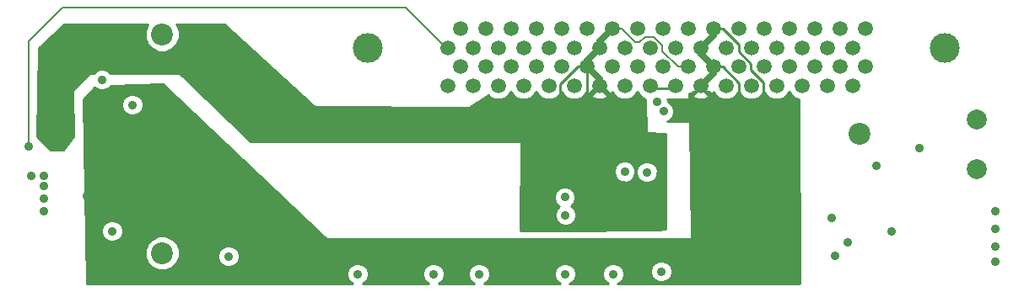
<source format=gbr>
G04 (created by PCBNEW (2013-mar-13)-testing) date Mon 11 Nov 2013 11:29:48 PM CET*
%MOIN*%
G04 Gerber Fmt 3.4, Leading zero omitted, Abs format*
%FSLAX34Y34*%
G01*
G70*
G90*
G04 APERTURE LIST*
%ADD10C,0.005906*%
%ADD11C,0.078740*%
%ADD12C,0.086614*%
%ADD13C,0.059055*%
%ADD14C,0.118110*%
%ADD15C,0.035000*%
%ADD16C,0.008200*%
%ADD17C,0.011811*%
%ADD18C,0.010000*%
%ADD19C,0.027000*%
G04 APERTURE END LIST*
G54D10*
G54D11*
X77460Y-54134D03*
X77460Y-52165D03*
G54D12*
X45275Y-48818D03*
X45275Y-57480D03*
X72834Y-52755D03*
G54D13*
X73059Y-50098D03*
X73059Y-48598D03*
X72559Y-50848D03*
X72559Y-49348D03*
X72059Y-50098D03*
X72059Y-48598D03*
X71559Y-50848D03*
X71559Y-49348D03*
X71059Y-50098D03*
X71059Y-48598D03*
X70559Y-50848D03*
X70559Y-49348D03*
X70059Y-50098D03*
X70059Y-48598D03*
X69559Y-50848D03*
X69559Y-49348D03*
X69059Y-50098D03*
X69059Y-48598D03*
X68559Y-50848D03*
X68559Y-49348D03*
X68059Y-50098D03*
X68059Y-48598D03*
X67559Y-50848D03*
X67559Y-49348D03*
X67059Y-50098D03*
X67059Y-48598D03*
X66559Y-50848D03*
X66559Y-49348D03*
X66059Y-50098D03*
X66059Y-48598D03*
X65559Y-50848D03*
X65559Y-49348D03*
X65059Y-50098D03*
X65059Y-48598D03*
X64559Y-50848D03*
X64559Y-49348D03*
X64059Y-50098D03*
X64059Y-48598D03*
X63559Y-50848D03*
X63559Y-49348D03*
X63059Y-50098D03*
X63059Y-48598D03*
X62559Y-50848D03*
X62559Y-49348D03*
X62059Y-50098D03*
X62059Y-48598D03*
X61559Y-50848D03*
X61559Y-49348D03*
X61059Y-50098D03*
X61059Y-48598D03*
X60559Y-50848D03*
X60559Y-49348D03*
X60059Y-50098D03*
X60059Y-48598D03*
X59559Y-50848D03*
X59559Y-49348D03*
X59059Y-50098D03*
X59059Y-48598D03*
X58559Y-50848D03*
X58559Y-49348D03*
X58059Y-50098D03*
X58059Y-48598D03*
X57559Y-50848D03*
X57559Y-49348D03*
X57059Y-50098D03*
X57059Y-48598D03*
X56559Y-50848D03*
X56559Y-49348D03*
G54D14*
X53409Y-49348D03*
X76208Y-49348D03*
G54D15*
X61200Y-58300D03*
X47900Y-57600D03*
X71730Y-56090D03*
X56000Y-58300D03*
X63100Y-58300D03*
X43300Y-56600D03*
X42900Y-50600D03*
X44100Y-51600D03*
X40100Y-54400D03*
X40600Y-54400D03*
X40600Y-54800D03*
X40600Y-55300D03*
X40600Y-55800D03*
X65000Y-58200D03*
X57800Y-58300D03*
X53000Y-58300D03*
X73500Y-54000D03*
X78200Y-57800D03*
X78200Y-57200D03*
X78200Y-56500D03*
X78200Y-55800D03*
X74100Y-56600D03*
X40010Y-53260D03*
X72380Y-57060D03*
X71870Y-57590D03*
X75200Y-53300D03*
X64840Y-51490D03*
X65090Y-51860D03*
X63560Y-54240D03*
X64430Y-54270D03*
X61190Y-55260D03*
X61220Y-55970D03*
X42500Y-51300D03*
X42300Y-55200D03*
X42400Y-55600D03*
X42500Y-51760D03*
X41100Y-52640D03*
X41100Y-51510D03*
X41100Y-52070D03*
X41090Y-50970D03*
G54D16*
X40010Y-52050D02*
X40010Y-53260D01*
X56559Y-49348D02*
X56498Y-49348D01*
X40010Y-49080D02*
X40010Y-52050D01*
X41330Y-47760D02*
X40010Y-49080D01*
X54910Y-47760D02*
X41330Y-47760D01*
X56498Y-49348D02*
X54910Y-47760D01*
G54D17*
X42500Y-55000D02*
X43200Y-55000D01*
X42300Y-55200D02*
X42500Y-55000D01*
G54D18*
X67059Y-48598D02*
X67438Y-48598D01*
X69050Y-50720D02*
X69050Y-51310D01*
X68550Y-50220D02*
X69050Y-50720D01*
X68550Y-49970D02*
X68550Y-50220D01*
X68060Y-49480D02*
X68550Y-49970D01*
X68060Y-49220D02*
X68060Y-49480D01*
X67438Y-48598D02*
X68060Y-49220D01*
X67059Y-50098D02*
X67438Y-50098D01*
X68080Y-50740D02*
X68080Y-51560D01*
X67438Y-50098D02*
X68080Y-50740D01*
G54D19*
X67059Y-50098D02*
X67059Y-50348D01*
X67059Y-50348D02*
X66559Y-50848D01*
X66559Y-49348D02*
X66559Y-49598D01*
X66559Y-49598D02*
X67059Y-50098D01*
X67059Y-48598D02*
X67059Y-48848D01*
X67059Y-48848D02*
X66559Y-49348D01*
G54D17*
X41100Y-52640D02*
X41090Y-52640D01*
X41100Y-51510D02*
X41090Y-51510D01*
X41100Y-52070D02*
X41090Y-52070D01*
G54D18*
X62059Y-50098D02*
X61701Y-50098D01*
X61020Y-50780D02*
X61020Y-51350D01*
X61701Y-50098D02*
X61020Y-50780D01*
X62059Y-50098D02*
X62059Y-51339D01*
X62059Y-51339D02*
X62100Y-51380D01*
G54D16*
X66059Y-50098D02*
X65658Y-50098D01*
X63438Y-48598D02*
X63059Y-48598D01*
X63970Y-49130D02*
X63438Y-48598D01*
X64150Y-49130D02*
X63970Y-49130D01*
X64380Y-48900D02*
X64150Y-49130D01*
X64700Y-48900D02*
X64380Y-48900D01*
X65050Y-49250D02*
X64700Y-48900D01*
X65050Y-49490D02*
X65050Y-49250D01*
X65658Y-50098D02*
X65050Y-49490D01*
G54D19*
X62559Y-49348D02*
X62559Y-49098D01*
X62559Y-49098D02*
X63059Y-48598D01*
X62059Y-50098D02*
X62059Y-49848D01*
X62059Y-49848D02*
X62559Y-49348D01*
X62559Y-50848D02*
X62559Y-50598D01*
X62559Y-50598D02*
X62059Y-50098D01*
G54D10*
G36*
X65169Y-56530D02*
X64855Y-56533D01*
X64855Y-54185D01*
X64790Y-54029D01*
X64671Y-53909D01*
X64514Y-53845D01*
X64345Y-53844D01*
X64189Y-53909D01*
X64069Y-54028D01*
X64005Y-54185D01*
X64004Y-54354D01*
X64069Y-54510D01*
X64188Y-54630D01*
X64345Y-54694D01*
X64514Y-54695D01*
X64670Y-54630D01*
X64790Y-54511D01*
X64854Y-54354D01*
X64855Y-54185D01*
X64855Y-56533D01*
X63985Y-56542D01*
X63985Y-54155D01*
X63920Y-53999D01*
X63801Y-53879D01*
X63644Y-53815D01*
X63475Y-53814D01*
X63319Y-53879D01*
X63199Y-53998D01*
X63135Y-54155D01*
X63134Y-54324D01*
X63199Y-54480D01*
X63318Y-54600D01*
X63475Y-54664D01*
X63644Y-54665D01*
X63800Y-54600D01*
X63920Y-54481D01*
X63984Y-54324D01*
X63985Y-54155D01*
X63985Y-56542D01*
X61645Y-56566D01*
X61645Y-55885D01*
X61580Y-55729D01*
X61461Y-55609D01*
X61446Y-55604D01*
X61550Y-55501D01*
X61614Y-55344D01*
X61615Y-55175D01*
X61550Y-55019D01*
X61431Y-54899D01*
X61274Y-54835D01*
X61105Y-54834D01*
X60949Y-54899D01*
X60829Y-55018D01*
X60765Y-55175D01*
X60764Y-55344D01*
X60829Y-55500D01*
X60948Y-55620D01*
X60963Y-55625D01*
X60859Y-55728D01*
X60795Y-55885D01*
X60794Y-56054D01*
X60859Y-56210D01*
X60978Y-56330D01*
X61135Y-56394D01*
X61304Y-56395D01*
X61460Y-56330D01*
X61580Y-56211D01*
X61644Y-56054D01*
X61645Y-55885D01*
X61645Y-56566D01*
X59450Y-56589D01*
X59475Y-53050D01*
X48770Y-53050D01*
X45975Y-50343D01*
X43244Y-50343D01*
X43141Y-50239D01*
X42984Y-50175D01*
X42815Y-50174D01*
X42659Y-50239D01*
X42555Y-50343D01*
X42400Y-50343D01*
X41744Y-51000D01*
X41759Y-52843D01*
X41355Y-53380D01*
X40880Y-53380D01*
X40350Y-52839D01*
X40419Y-49361D01*
X41400Y-48420D01*
X44708Y-48420D01*
X44696Y-48431D01*
X44592Y-48682D01*
X44592Y-48954D01*
X44696Y-49205D01*
X44888Y-49397D01*
X45139Y-49501D01*
X45410Y-49502D01*
X45662Y-49398D01*
X45854Y-49206D01*
X45958Y-48955D01*
X45958Y-48683D01*
X45855Y-48432D01*
X45842Y-48420D01*
X47730Y-48420D01*
X51300Y-51679D01*
X57404Y-51730D01*
X58170Y-51230D01*
X58249Y-51310D01*
X58450Y-51393D01*
X58667Y-51393D01*
X58867Y-51310D01*
X59021Y-51157D01*
X59059Y-51066D01*
X59096Y-51156D01*
X59249Y-51310D01*
X59450Y-51393D01*
X59667Y-51393D01*
X59867Y-51310D01*
X60021Y-51157D01*
X60059Y-51066D01*
X60096Y-51156D01*
X60249Y-51310D01*
X60450Y-51393D01*
X60667Y-51393D01*
X60867Y-51310D01*
X61021Y-51157D01*
X61059Y-51066D01*
X61096Y-51156D01*
X61249Y-51310D01*
X61450Y-51393D01*
X61667Y-51393D01*
X61867Y-51310D01*
X62021Y-51157D01*
X62056Y-51072D01*
X62081Y-51133D01*
X62176Y-51160D01*
X62349Y-50987D01*
X62490Y-50988D01*
X62247Y-51230D01*
X62274Y-51325D01*
X62478Y-51398D01*
X62695Y-51387D01*
X62844Y-51325D01*
X62870Y-51230D01*
X62628Y-50989D01*
X62771Y-50990D01*
X62941Y-51160D01*
X63036Y-51133D01*
X63059Y-51067D01*
X63096Y-51156D01*
X63249Y-51310D01*
X63450Y-51393D01*
X63667Y-51393D01*
X63867Y-51310D01*
X64021Y-51157D01*
X64059Y-51066D01*
X64096Y-51156D01*
X64249Y-51310D01*
X64383Y-51366D01*
X64396Y-52720D01*
X65160Y-52748D01*
X65169Y-56530D01*
X65169Y-56530D01*
G37*
G54D18*
X65169Y-56530D02*
X64855Y-56533D01*
X64855Y-54185D01*
X64790Y-54029D01*
X64671Y-53909D01*
X64514Y-53845D01*
X64345Y-53844D01*
X64189Y-53909D01*
X64069Y-54028D01*
X64005Y-54185D01*
X64004Y-54354D01*
X64069Y-54510D01*
X64188Y-54630D01*
X64345Y-54694D01*
X64514Y-54695D01*
X64670Y-54630D01*
X64790Y-54511D01*
X64854Y-54354D01*
X64855Y-54185D01*
X64855Y-56533D01*
X63985Y-56542D01*
X63985Y-54155D01*
X63920Y-53999D01*
X63801Y-53879D01*
X63644Y-53815D01*
X63475Y-53814D01*
X63319Y-53879D01*
X63199Y-53998D01*
X63135Y-54155D01*
X63134Y-54324D01*
X63199Y-54480D01*
X63318Y-54600D01*
X63475Y-54664D01*
X63644Y-54665D01*
X63800Y-54600D01*
X63920Y-54481D01*
X63984Y-54324D01*
X63985Y-54155D01*
X63985Y-56542D01*
X61645Y-56566D01*
X61645Y-55885D01*
X61580Y-55729D01*
X61461Y-55609D01*
X61446Y-55604D01*
X61550Y-55501D01*
X61614Y-55344D01*
X61615Y-55175D01*
X61550Y-55019D01*
X61431Y-54899D01*
X61274Y-54835D01*
X61105Y-54834D01*
X60949Y-54899D01*
X60829Y-55018D01*
X60765Y-55175D01*
X60764Y-55344D01*
X60829Y-55500D01*
X60948Y-55620D01*
X60963Y-55625D01*
X60859Y-55728D01*
X60795Y-55885D01*
X60794Y-56054D01*
X60859Y-56210D01*
X60978Y-56330D01*
X61135Y-56394D01*
X61304Y-56395D01*
X61460Y-56330D01*
X61580Y-56211D01*
X61644Y-56054D01*
X61645Y-55885D01*
X61645Y-56566D01*
X59450Y-56589D01*
X59475Y-53050D01*
X48770Y-53050D01*
X45975Y-50343D01*
X43244Y-50343D01*
X43141Y-50239D01*
X42984Y-50175D01*
X42815Y-50174D01*
X42659Y-50239D01*
X42555Y-50343D01*
X42400Y-50343D01*
X41744Y-51000D01*
X41759Y-52843D01*
X41355Y-53380D01*
X40880Y-53380D01*
X40350Y-52839D01*
X40419Y-49361D01*
X41400Y-48420D01*
X44708Y-48420D01*
X44696Y-48431D01*
X44592Y-48682D01*
X44592Y-48954D01*
X44696Y-49205D01*
X44888Y-49397D01*
X45139Y-49501D01*
X45410Y-49502D01*
X45662Y-49398D01*
X45854Y-49206D01*
X45958Y-48955D01*
X45958Y-48683D01*
X45855Y-48432D01*
X45842Y-48420D01*
X47730Y-48420D01*
X51300Y-51679D01*
X57404Y-51730D01*
X58170Y-51230D01*
X58249Y-51310D01*
X58450Y-51393D01*
X58667Y-51393D01*
X58867Y-51310D01*
X59021Y-51157D01*
X59059Y-51066D01*
X59096Y-51156D01*
X59249Y-51310D01*
X59450Y-51393D01*
X59667Y-51393D01*
X59867Y-51310D01*
X60021Y-51157D01*
X60059Y-51066D01*
X60096Y-51156D01*
X60249Y-51310D01*
X60450Y-51393D01*
X60667Y-51393D01*
X60867Y-51310D01*
X61021Y-51157D01*
X61059Y-51066D01*
X61096Y-51156D01*
X61249Y-51310D01*
X61450Y-51393D01*
X61667Y-51393D01*
X61867Y-51310D01*
X62021Y-51157D01*
X62056Y-51072D01*
X62081Y-51133D01*
X62176Y-51160D01*
X62349Y-50987D01*
X62490Y-50988D01*
X62247Y-51230D01*
X62274Y-51325D01*
X62478Y-51398D01*
X62695Y-51387D01*
X62844Y-51325D01*
X62870Y-51230D01*
X62628Y-50989D01*
X62771Y-50990D01*
X62941Y-51160D01*
X63036Y-51133D01*
X63059Y-51067D01*
X63096Y-51156D01*
X63249Y-51310D01*
X63450Y-51393D01*
X63667Y-51393D01*
X63867Y-51310D01*
X64021Y-51157D01*
X64059Y-51066D01*
X64096Y-51156D01*
X64249Y-51310D01*
X64383Y-51366D01*
X64396Y-52720D01*
X65160Y-52748D01*
X65169Y-56530D01*
G54D10*
G36*
X65560Y-50960D02*
X64430Y-50951D01*
X64430Y-50940D01*
X65560Y-50960D01*
X65560Y-50960D01*
G37*
G54D18*
X65560Y-50960D02*
X64430Y-50951D01*
X64430Y-50940D01*
X65560Y-50960D01*
G54D10*
G36*
X70479Y-58689D02*
X65425Y-58686D01*
X65425Y-58115D01*
X65360Y-57959D01*
X65241Y-57839D01*
X65084Y-57775D01*
X64915Y-57774D01*
X64759Y-57839D01*
X64639Y-57958D01*
X64575Y-58115D01*
X64574Y-58284D01*
X64639Y-58440D01*
X64758Y-58560D01*
X64915Y-58624D01*
X65084Y-58625D01*
X65240Y-58560D01*
X65360Y-58441D01*
X65424Y-58284D01*
X65425Y-58115D01*
X65425Y-58686D01*
X63281Y-58684D01*
X63340Y-58660D01*
X63460Y-58541D01*
X63524Y-58384D01*
X63525Y-58215D01*
X63460Y-58059D01*
X63341Y-57939D01*
X63184Y-57875D01*
X63015Y-57874D01*
X62859Y-57939D01*
X62739Y-58058D01*
X62675Y-58215D01*
X62674Y-58384D01*
X62739Y-58540D01*
X62858Y-58660D01*
X62918Y-58684D01*
X61384Y-58683D01*
X61440Y-58660D01*
X61560Y-58541D01*
X61624Y-58384D01*
X61625Y-58215D01*
X61560Y-58059D01*
X61441Y-57939D01*
X61284Y-57875D01*
X61115Y-57874D01*
X60959Y-57939D01*
X60839Y-58058D01*
X60775Y-58215D01*
X60774Y-58384D01*
X60839Y-58540D01*
X60958Y-58660D01*
X61014Y-58683D01*
X57990Y-58681D01*
X58040Y-58660D01*
X58160Y-58541D01*
X58224Y-58384D01*
X58225Y-58215D01*
X58160Y-58059D01*
X58041Y-57939D01*
X57884Y-57875D01*
X57715Y-57874D01*
X57559Y-57939D01*
X57439Y-58058D01*
X57375Y-58215D01*
X57374Y-58384D01*
X57439Y-58540D01*
X57558Y-58660D01*
X57608Y-58680D01*
X56193Y-58679D01*
X56240Y-58660D01*
X56360Y-58541D01*
X56424Y-58384D01*
X56425Y-58215D01*
X56360Y-58059D01*
X56241Y-57939D01*
X56084Y-57875D01*
X55915Y-57874D01*
X55759Y-57939D01*
X55639Y-58058D01*
X55575Y-58215D01*
X55574Y-58384D01*
X55639Y-58540D01*
X55758Y-58660D01*
X55805Y-58679D01*
X53198Y-58677D01*
X53240Y-58660D01*
X53360Y-58541D01*
X53424Y-58384D01*
X53425Y-58215D01*
X53360Y-58059D01*
X53241Y-57939D01*
X53084Y-57875D01*
X52915Y-57874D01*
X52759Y-57939D01*
X52639Y-58058D01*
X52575Y-58215D01*
X52574Y-58384D01*
X52639Y-58540D01*
X52758Y-58660D01*
X52800Y-58677D01*
X48325Y-58674D01*
X48325Y-57515D01*
X48260Y-57359D01*
X48141Y-57239D01*
X47984Y-57175D01*
X47815Y-57174D01*
X47659Y-57239D01*
X47539Y-57358D01*
X47475Y-57515D01*
X47474Y-57684D01*
X47539Y-57840D01*
X47658Y-57960D01*
X47815Y-58024D01*
X47984Y-58025D01*
X48140Y-57960D01*
X48260Y-57841D01*
X48324Y-57684D01*
X48325Y-57515D01*
X48325Y-58674D01*
X45958Y-58672D01*
X45958Y-57345D01*
X45855Y-57093D01*
X45663Y-56901D01*
X45412Y-56797D01*
X45140Y-56797D01*
X44889Y-56900D01*
X44696Y-57092D01*
X44592Y-57343D01*
X44592Y-57615D01*
X44696Y-57866D01*
X44888Y-58059D01*
X45139Y-58163D01*
X45410Y-58163D01*
X45662Y-58059D01*
X45854Y-57867D01*
X45958Y-57616D01*
X45958Y-57345D01*
X45958Y-58672D01*
X44525Y-58671D01*
X44525Y-51515D01*
X44460Y-51359D01*
X44341Y-51239D01*
X44184Y-51175D01*
X44015Y-51174D01*
X43859Y-51239D01*
X43739Y-51358D01*
X43675Y-51515D01*
X43674Y-51684D01*
X43739Y-51840D01*
X43858Y-51960D01*
X44015Y-52024D01*
X44184Y-52025D01*
X44340Y-51960D01*
X44460Y-51841D01*
X44524Y-51684D01*
X44525Y-51515D01*
X44525Y-58671D01*
X43725Y-58671D01*
X43725Y-56515D01*
X43660Y-56359D01*
X43541Y-56239D01*
X43384Y-56175D01*
X43215Y-56174D01*
X43059Y-56239D01*
X42939Y-56358D01*
X42875Y-56515D01*
X42874Y-56684D01*
X42939Y-56840D01*
X43058Y-56960D01*
X43215Y-57024D01*
X43384Y-57025D01*
X43540Y-56960D01*
X43660Y-56841D01*
X43724Y-56684D01*
X43725Y-56515D01*
X43725Y-58671D01*
X42289Y-58670D01*
X42160Y-51389D01*
X42616Y-50917D01*
X42658Y-50960D01*
X42815Y-51024D01*
X42984Y-51025D01*
X43140Y-50960D01*
X43260Y-50841D01*
X43262Y-50834D01*
X45300Y-50780D01*
X51770Y-56920D01*
X66220Y-56920D01*
X66132Y-52234D01*
X65254Y-52251D01*
X65330Y-52220D01*
X65450Y-52101D01*
X65514Y-51944D01*
X65515Y-51775D01*
X65450Y-51619D01*
X65331Y-51499D01*
X65265Y-51472D01*
X65265Y-51405D01*
X65250Y-51370D01*
X65393Y-51370D01*
X65450Y-51393D01*
X65667Y-51393D01*
X65724Y-51370D01*
X66116Y-51370D01*
X66112Y-51142D01*
X66176Y-51160D01*
X66265Y-51071D01*
X66405Y-51072D01*
X66247Y-51230D01*
X66274Y-51325D01*
X66478Y-51398D01*
X66695Y-51387D01*
X66844Y-51325D01*
X66870Y-51230D01*
X66714Y-51074D01*
X66856Y-51075D01*
X66941Y-51160D01*
X67036Y-51133D01*
X67056Y-51076D01*
X67063Y-51076D01*
X67096Y-51156D01*
X67249Y-51310D01*
X67450Y-51393D01*
X67667Y-51393D01*
X67867Y-51310D01*
X68021Y-51157D01*
X68051Y-51083D01*
X68066Y-51083D01*
X68096Y-51156D01*
X68249Y-51310D01*
X68450Y-51393D01*
X68667Y-51393D01*
X68867Y-51310D01*
X69021Y-51157D01*
X69049Y-51090D01*
X69069Y-51090D01*
X69096Y-51156D01*
X69249Y-51310D01*
X69450Y-51393D01*
X69667Y-51393D01*
X69867Y-51310D01*
X70021Y-51157D01*
X70046Y-51096D01*
X70071Y-51097D01*
X70096Y-51156D01*
X70249Y-51310D01*
X70441Y-51390D01*
X70479Y-58689D01*
X70479Y-58689D01*
G37*
G54D18*
X70479Y-58689D02*
X65425Y-58686D01*
X65425Y-58115D01*
X65360Y-57959D01*
X65241Y-57839D01*
X65084Y-57775D01*
X64915Y-57774D01*
X64759Y-57839D01*
X64639Y-57958D01*
X64575Y-58115D01*
X64574Y-58284D01*
X64639Y-58440D01*
X64758Y-58560D01*
X64915Y-58624D01*
X65084Y-58625D01*
X65240Y-58560D01*
X65360Y-58441D01*
X65424Y-58284D01*
X65425Y-58115D01*
X65425Y-58686D01*
X63281Y-58684D01*
X63340Y-58660D01*
X63460Y-58541D01*
X63524Y-58384D01*
X63525Y-58215D01*
X63460Y-58059D01*
X63341Y-57939D01*
X63184Y-57875D01*
X63015Y-57874D01*
X62859Y-57939D01*
X62739Y-58058D01*
X62675Y-58215D01*
X62674Y-58384D01*
X62739Y-58540D01*
X62858Y-58660D01*
X62918Y-58684D01*
X61384Y-58683D01*
X61440Y-58660D01*
X61560Y-58541D01*
X61624Y-58384D01*
X61625Y-58215D01*
X61560Y-58059D01*
X61441Y-57939D01*
X61284Y-57875D01*
X61115Y-57874D01*
X60959Y-57939D01*
X60839Y-58058D01*
X60775Y-58215D01*
X60774Y-58384D01*
X60839Y-58540D01*
X60958Y-58660D01*
X61014Y-58683D01*
X57990Y-58681D01*
X58040Y-58660D01*
X58160Y-58541D01*
X58224Y-58384D01*
X58225Y-58215D01*
X58160Y-58059D01*
X58041Y-57939D01*
X57884Y-57875D01*
X57715Y-57874D01*
X57559Y-57939D01*
X57439Y-58058D01*
X57375Y-58215D01*
X57374Y-58384D01*
X57439Y-58540D01*
X57558Y-58660D01*
X57608Y-58680D01*
X56193Y-58679D01*
X56240Y-58660D01*
X56360Y-58541D01*
X56424Y-58384D01*
X56425Y-58215D01*
X56360Y-58059D01*
X56241Y-57939D01*
X56084Y-57875D01*
X55915Y-57874D01*
X55759Y-57939D01*
X55639Y-58058D01*
X55575Y-58215D01*
X55574Y-58384D01*
X55639Y-58540D01*
X55758Y-58660D01*
X55805Y-58679D01*
X53198Y-58677D01*
X53240Y-58660D01*
X53360Y-58541D01*
X53424Y-58384D01*
X53425Y-58215D01*
X53360Y-58059D01*
X53241Y-57939D01*
X53084Y-57875D01*
X52915Y-57874D01*
X52759Y-57939D01*
X52639Y-58058D01*
X52575Y-58215D01*
X52574Y-58384D01*
X52639Y-58540D01*
X52758Y-58660D01*
X52800Y-58677D01*
X48325Y-58674D01*
X48325Y-57515D01*
X48260Y-57359D01*
X48141Y-57239D01*
X47984Y-57175D01*
X47815Y-57174D01*
X47659Y-57239D01*
X47539Y-57358D01*
X47475Y-57515D01*
X47474Y-57684D01*
X47539Y-57840D01*
X47658Y-57960D01*
X47815Y-58024D01*
X47984Y-58025D01*
X48140Y-57960D01*
X48260Y-57841D01*
X48324Y-57684D01*
X48325Y-57515D01*
X48325Y-58674D01*
X45958Y-58672D01*
X45958Y-57345D01*
X45855Y-57093D01*
X45663Y-56901D01*
X45412Y-56797D01*
X45140Y-56797D01*
X44889Y-56900D01*
X44696Y-57092D01*
X44592Y-57343D01*
X44592Y-57615D01*
X44696Y-57866D01*
X44888Y-58059D01*
X45139Y-58163D01*
X45410Y-58163D01*
X45662Y-58059D01*
X45854Y-57867D01*
X45958Y-57616D01*
X45958Y-57345D01*
X45958Y-58672D01*
X44525Y-58671D01*
X44525Y-51515D01*
X44460Y-51359D01*
X44341Y-51239D01*
X44184Y-51175D01*
X44015Y-51174D01*
X43859Y-51239D01*
X43739Y-51358D01*
X43675Y-51515D01*
X43674Y-51684D01*
X43739Y-51840D01*
X43858Y-51960D01*
X44015Y-52024D01*
X44184Y-52025D01*
X44340Y-51960D01*
X44460Y-51841D01*
X44524Y-51684D01*
X44525Y-51515D01*
X44525Y-58671D01*
X43725Y-58671D01*
X43725Y-56515D01*
X43660Y-56359D01*
X43541Y-56239D01*
X43384Y-56175D01*
X43215Y-56174D01*
X43059Y-56239D01*
X42939Y-56358D01*
X42875Y-56515D01*
X42874Y-56684D01*
X42939Y-56840D01*
X43058Y-56960D01*
X43215Y-57024D01*
X43384Y-57025D01*
X43540Y-56960D01*
X43660Y-56841D01*
X43724Y-56684D01*
X43725Y-56515D01*
X43725Y-58671D01*
X42289Y-58670D01*
X42160Y-51389D01*
X42616Y-50917D01*
X42658Y-50960D01*
X42815Y-51024D01*
X42984Y-51025D01*
X43140Y-50960D01*
X43260Y-50841D01*
X43262Y-50834D01*
X45300Y-50780D01*
X51770Y-56920D01*
X66220Y-56920D01*
X66132Y-52234D01*
X65254Y-52251D01*
X65330Y-52220D01*
X65450Y-52101D01*
X65514Y-51944D01*
X65515Y-51775D01*
X65450Y-51619D01*
X65331Y-51499D01*
X65265Y-51472D01*
X65265Y-51405D01*
X65250Y-51370D01*
X65393Y-51370D01*
X65450Y-51393D01*
X65667Y-51393D01*
X65724Y-51370D01*
X66116Y-51370D01*
X66112Y-51142D01*
X66176Y-51160D01*
X66265Y-51071D01*
X66405Y-51072D01*
X66247Y-51230D01*
X66274Y-51325D01*
X66478Y-51398D01*
X66695Y-51387D01*
X66844Y-51325D01*
X66870Y-51230D01*
X66714Y-51074D01*
X66856Y-51075D01*
X66941Y-51160D01*
X67036Y-51133D01*
X67056Y-51076D01*
X67063Y-51076D01*
X67096Y-51156D01*
X67249Y-51310D01*
X67450Y-51393D01*
X67667Y-51393D01*
X67867Y-51310D01*
X68021Y-51157D01*
X68051Y-51083D01*
X68066Y-51083D01*
X68096Y-51156D01*
X68249Y-51310D01*
X68450Y-51393D01*
X68667Y-51393D01*
X68867Y-51310D01*
X69021Y-51157D01*
X69049Y-51090D01*
X69069Y-51090D01*
X69096Y-51156D01*
X69249Y-51310D01*
X69450Y-51393D01*
X69667Y-51393D01*
X69867Y-51310D01*
X70021Y-51157D01*
X70046Y-51096D01*
X70071Y-51097D01*
X70096Y-51156D01*
X70249Y-51310D01*
X70441Y-51390D01*
X70479Y-58689D01*
M02*

</source>
